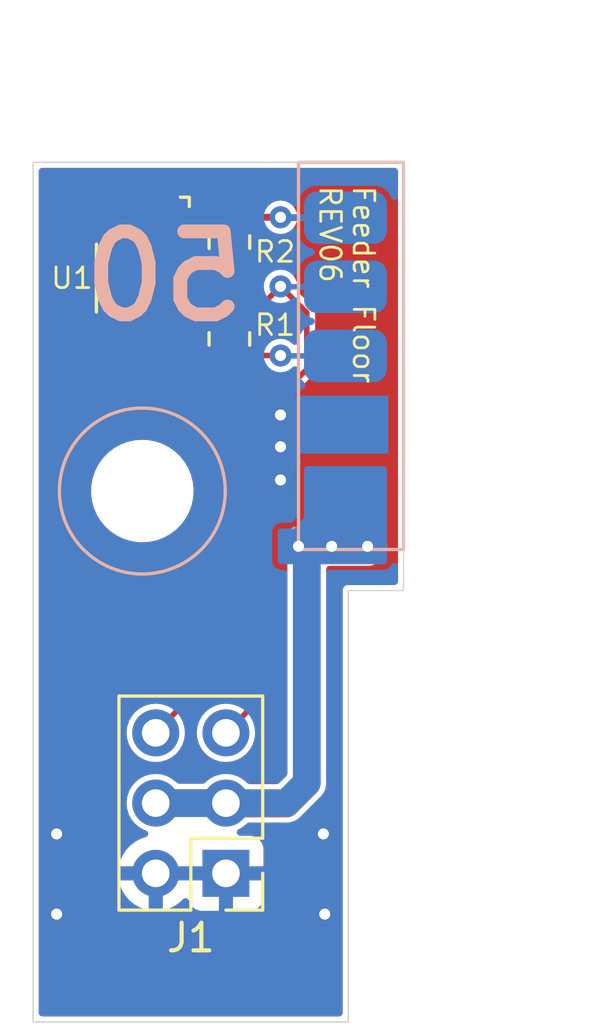
<source format=kicad_pcb>
(kicad_pcb (version 20211014) (generator pcbnew)
  (layers (0 "F.Cu" signal) (31 "B.Cu" signal) (34 "B.Paste" user) (35 "F.Paste" user) (36 "B.SilkS" user "B.Silkscreen") (37 "F.SilkS" user "F.Silkscreen") (38 "B.Mask" user) (39 "F.Mask" user) (44 "Edge.Cuts" user))
  (net 0 "")
  (net 1 "GND")
  (net 2 "1WIRE")
  (net 3 "VIN")
  (net 4 "RS-485+")
  (net 5 "RS-485-")
  (footprint "Connector_PinHeader_2.54mm:PinHeader_2x03_P2.54mm_Vertical" (layer "F.Cu") (at 28.225 50.825 180)
    (fp_text reference "J1" (at 1.27 -2.33 180) (layer "F.SilkS"))
    (fp_text value "IDC")
    (fp_line (start -1.33 0) (end -1.33 -1.33) (layer "F.SilkS") (width 0.12))
    (fp_line (start 1.27 -1.33) (end 3.87 -1.33) (layer "F.SilkS") (width 0.12))
    (fp_line (start 1.27 1.27) (end 1.27 -1.33) (layer "F.SilkS") (width 0.12))
    (fp_line (start -1.33 1.27) (end 1.27 1.27) (layer "F.SilkS") (width 0.12))
    (fp_line (start -1.33 6.41) (end 3.87 6.41) (layer "F.SilkS") (width 0.12))
    (fp_line (start -1.33 1.27) (end -1.33 6.41) (layer "F.SilkS") (width 0.12))
    (fp_line (start -1.33 -1.33) (end 0 -1.33) (layer "F.SilkS") (width 0.12))
    (fp_line (start 3.87 -1.33) (end 3.87 6.41) (layer "F.SilkS") (width 0.12))
    (pad "1" thru_hole rect (at 0 0 180) (size 1.7 1.7) (drill 1) (layers *.Cu *.Mask) (net 1 "GND"))
    (pad "2" thru_hole oval (at 2.54 0 180) (size 1.7 1.7) (drill 1) (layers *.Cu *.Mask) (net 1 "GND"))
    (pad "3" thru_hole oval (at 0 2.54 180) (size 1.7 1.7) (drill 1) (layers *.Cu *.Mask) (net 3 "VIN"))
    (pad "4" thru_hole oval (at 2.54 2.54 180) (size 1.7 1.7) (drill 1) (layers *.Cu *.Mask) (net 3 "VIN"))
    (pad "5" thru_hole oval (at 0 5.08 180) (size 1.7 1.7) (drill 1) (layers *.Cu *.Mask) (net 4 "RS-485+"))
    (pad "6" thru_hole oval (at 2.54 5.08 180) (size 1.7 1.7) (drill 1) (layers *.Cu *.Mask) (net 5 "RS-485-"))
  )
  (footprint "MountingHole:MountingHole_3.2mm_M3" (layer "F.Cu") (at 25.2 37)
    (fp_text reference "H1" hide)
    (fp_text value "MountingHole")
    (pad "" np_thru_hole circle (at 0 0) (size 3.2 3.2) (drill 3.2) (layers *.Cu *.Mask))
  )
  (footprint "feeder:DS28E07_MULTI" (layer "F.Cu") (at 25.15 29.3 -90)
    (fp_text reference "U1" (at 0 2.5 180) (layer "F.SilkS") (effects (font (size 0.75 0.75) (thickness 0.1))))
    (fp_text value "DS28E07")
    (fp_line (start -1.15 -0.9) (end -0.75 -0.5) (layer "F.Cu") (width 0.2))
    (fp_line (start -0.75 0.45) (end -1.15 0.9) (layer "F.Cu") (width 0.2))
    (fp_line (start -0.75 -0.5) (end -0.75 0.45) (layer "F.Cu") (width 0.2))
    (fp_line (start -1.225 1.61) (end 1.225 1.61) (layer "F.SilkS") (width 0.12))
    (fp_line (start -2.925 -1.75) (end -2.5875 -1.75) (layer "F.SilkS") (width 0.12))
    (fp_line (start -2.925 -1.425) (end -2.925 -1.75) (layer "F.SilkS") (width 0.12))
    (fp_line (start 0 -1.61) (end 1.225 -1.61) (layer "F.SilkS") (width 0.12))
    (pad "1" smd custom (at -1.45 -1 270) (size 0.8 0.4) (layers "F.Cu" "F.Paste" "F.Mask") (net 1 "GND") (options (clearance outline) (anchor rect)) (primitives (gr_poly (pts (xy 0.1 -0.125) (xy -1.2 -0.125) (xy -1.2 -0.475) (xy 0.1 -0.475)) (width 0.2) (fill yes))))
    (pad "2" smd custom (at -1.45 0 270) (size 0.8 0.4) (layers "F.Cu" "F.Paste" "F.Mask") (net 2 "1WIRE") (options (clearance outline) (anchor rect)) (primitives (gr_poly (pts (xy 0.1 0.2) (xy -1.2 0.2) (xy -1.2 -0.2) (xy 0.1 -0.2)) (width 0.2) (fill yes))))
    (pad "3" smd custom (at -1.45 1 270) (size 0.8 0.4) (layers "F.Cu" "F.Paste" "F.Mask") (options (clearance outline) (anchor rect)) (primitives (gr_poly (pts (xy 0.1 0.475) (xy -1.2 0.475) (xy -1.2 0.125) (xy 0.1 0.125)) (width 0.2) (fill yes))))
    (pad "4" smd custom (at 1.45 1 270) (size 0.8 0.4) (layers "F.Cu" "F.Paste" "F.Mask") (options (clearance outline) (anchor rect)) (primitives (gr_poly (pts (xy 1.2 0.475) (xy -0.1 0.475) (xy -0.1 0.125) (xy 1.2 0.125)) (width 0.2) (fill yes))))
    (pad "5" smd custom (at 1.45 0 270) (size 0.8 0.4) (layers "F.Cu" "F.Paste" "F.Mask") (options (clearance outline) (anchor rect)) (primitives (gr_poly (pts (xy 1.2 0.2) (xy -0.1 0.2) (xy -0.1 -0.2) (xy 1.2 -0.2)) (width 0.2) (fill yes))))
    (pad "6" smd custom (at 1.45 -1 270) (size 0.8 0.4) (layers "F.Cu" "F.Paste" "F.Mask") (options (clearance outline) (anchor rect)) (primitives (gr_poly (pts (xy 1.2 -0.125) (xy -0.1 -0.125) (xy -0.1 -0.475) (xy 1.2 -0.475)) (width 0.2) (fill yes))))
  )
  (footprint "Resistor_SMD:R_0805_2012Metric" (layer "F.Cu") (at 28.35 31.5 90)
    (fp_text reference "R1" (at 0.5 1.65 180) (layer "F.SilkS") (effects (font (size 0.75 0.75) (thickness 0.1))))
    (fp_text value "120R")
    (fp_line (start -0.227064 0.735) (end 0.227064 0.735) (layer "F.SilkS") (width 0.12))
    (fp_line (start -0.227064 -0.735) (end 0.227064 -0.735) (layer "F.SilkS") (width 0.12))
    (pad "1" smd roundrect (at -0.9125 0 90) (size 1.025 1.4) (layers "F.Cu" "F.Paste" "F.Mask") (roundrect_rratio 0.243902439) (net 5 "RS-485-"))
    (pad "2" smd roundrect (at 0.9125 0 90) (size 1.025 1.4) (layers "F.Cu" "F.Paste" "F.Mask") (roundrect_rratio 0.243902439) (net 4 "RS-485+"))
  )
  (footprint "Resistor_SMD:R_0805_2012Metric" (layer "F.Cu") (at 28.35 28 -90)
    (fp_text reference "R2" (at 0.35 -1.65) (layer "F.SilkS") (effects (font (size 0.75 0.75) (thickness 0.1))))
    (fp_text value "1M")
    (fp_line (start -0.227064 -0.735) (end 0.227064 -0.735) (layer "F.SilkS") (width 0.12))
    (fp_line (start -0.227064 0.735) (end 0.227064 0.735) (layer "F.SilkS") (width 0.12))
    (pad "1" smd roundrect (at -0.9125 0 270) (size 1.025 1.4) (layers "F.Cu" "F.Paste" "F.Mask") (roundrect_rratio 0.243902439) (net 2 "1WIRE"))
    (pad "2" smd roundrect (at 0.9125 0 270) (size 1.025 1.4) (layers "F.Cu" "F.Paste" "F.Mask") (roundrect_rratio 0.243902439) (net 1 "GND"))
  )
  (footprint "feeder:AVX-915-005-541-Contact-Surface" (layer "B.Cu") (at 32.550114 27.113687 -90)
    (fp_text reference "J2" hide)
    (fp_text value "Conn_01x05_Female")
    (fp_line (start -2 1.7) (end -2 -2.1) (layer "B.SilkS") (width 0.12))
    (fp_line (start 12 1.7) (end 12 -2.1) (layer "B.SilkS") (width 0.12))
    (fp_line (start -2 1.7) (end 12 1.7) (layer "B.SilkS") (width 0.12))
    (fp_line (start -2 -2.1) (end 12 -2.1) (layer "B.SilkS") (width 0.12))
    (pad "1" smd roundrect (at 0 0 270) (size 1.9 3) (layers "B.Cu" "B.Paste" "B.Mask") (net 2 "1WIRE"))
    (pad "2" smd roundrect (at 2.5 0 270) (size 1.9 3) (layers "B.Cu" "B.Paste" "B.Mask") (net 4 "RS-485+"))
    (pad "3" smd roundrect (at 5 0 270) (size 1.9 3) (layers "B.Cu" "B.Paste" "B.Mask") (net 5 "RS-485-"))
    (pad "4" smd roundrect (at 7.5 0 270) (size 1.9 3) (layers "B.Cu" "B.Paste" "B.Mask") (net 1 "GND"))
    (pad "5" smd roundrect (at 10 0 270) (size 1.9 3) (layers "B.Cu" "B.Paste" "B.Mask") (net 3 "VIN"))
  )
  (gr_circle (center 25.2 37) (end 22.2 37) (layer "B.SilkS") (width 0.12) (fill none))
  (gr_line (start 32.650114 40.6) (end 32.65 56.2) (layer "Edge.Cuts") (width 0.05))
  (gr_line (start 34.650114 25.113687) (end 34.650114 40.6) (layer "Edge.Cuts") (width 0.05))
  (gr_line (start 29.650114 25.113687) (end 21.250114 25.113687) (layer "Edge.Cuts") (width 0.05))
  (gr_line (start 32.650114 40.6) (end 34.650114 40.6) (layer "Edge.Cuts") (width 0.05))
  (gr_line (start 29.650114 25.113687) (end 34.650114 25.113687) (layer "Edge.Cuts") (width 0.05))
  (gr_line (start 21.25 56.2) (end 21.250114 25.113687) (layer "Edge.Cuts") (width 0.05))
  (gr_line (start 32.65 56.2) (end 21.25 56.2) (layer "Edge.Cuts") (width 0.05))
  (gr_text "50" (at 26 29.25) (layer "B.SilkS") (effects (font (size 3 3) (thickness 0.5)) (justify mirror)))
  (gr_text "Feeder Floor\nREV06" (at 32.6 25.9 270) (layer "F.SilkS") (effects (font (size 0.75 0.75) (thickness 0.1)) (justify left)))
  (segment (start 28.9875 28.9125) (end 29.6 28.3) (width 0.5) (layer "F.Cu") (net 1))
  (segment (start 26.975481 27.725481) (end 26.15 27.725481) (width 0.5) (layer "F.Cu") (net 1))
  (segment (start 28.35 28.9125) (end 28.9875 28.9125) (width 0.5) (layer "F.Cu") (net 1))
  (segment (start 30.7 34.25) (end 30.2 34.25) (width 0.5) (layer "F.Cu") (net 1))
  (segment (start 28.35 28.9125) (end 28.1625 28.9125) (width 0.5) (layer "F.Cu") (net 1))
  (segment (start 32.45 32.5) (end 30.7 34.25) (width 0.5) (layer "F.Cu") (net 1))
  (segment (start 28.1625 28.9125) (end 26.975481 27.725481) (width 0.5) (layer "F.Cu") (net 1))
  (segment (start 30.75 28.3) (end 32.45 30) (width 0.5) (layer "F.Cu") (net 1))
  (segment (start 32.45 30) (end 32.45 32.5) (width 0.5) (layer "F.Cu") (net 1))
  (segment (start 29.6 28.3) (end 30.75 28.3) (width 0.5) (layer "F.Cu") (net 1))
  (via (at 30.2 36.6) (size 0.8) (drill 0.4) (layers "F.Cu" "B.Cu") (net 1))
  (via (at 30.2 34.25) (size 0.8) (drill 0.4) (layers "F.Cu" "B.Cu") (net 1))
  (via (at 31.75 49.4) (size 0.8) (drill 0.4) (layers "F.Cu" "B.Cu") (net 1))
  (via (at 30.2 35.4) (size 0.8) (drill 0.4) (layers "F.Cu" "B.Cu") (net 1))
  (via (at 31.8 52.3) (size 0.8) (drill 0.4) (layers "F.Cu" "B.Cu") (net 1))
  (via (at 22.1 49.4) (size 0.8) (drill 0.4) (layers "F.Cu" "B.Cu") (net 1))
  (via (at 22.1 52.3) (size 0.8) (drill 0.4) (layers "F.Cu" "B.Cu") (net 1))
  (segment (start 25.15 27.85) (end 25.15 26.85) (width 0.25) (layer "F.Cu") (net 2))
  (segment (start 30.2 27.1) (end 28.3625 27.1) (width 0.25) (layer "F.Cu") (net 2))
  (segment (start 27.3625 26.1) (end 28.35 27.0875) (width 0.25) (layer "F.Cu") (net 2))
  (segment (start 25.9 26.1) (end 27.3625 26.1) (width 0.25) (layer "F.Cu") (net 2))
  (segment (start 28.3625 27.1) (end 28.35 27.0875) (width 0.25) (layer "F.Cu") (net 2))
  (segment (start 25.15 26.85) (end 25.9 26.1) (width 0.25) (layer "F.Cu") (net 2))
  (via (at 30.2 27.1) (size 0.8) (drill 0.4) (layers "F.Cu" "B.Cu") (net 2))
  (segment (start 30.213687 27.113687) (end 32.550114 27.113687) (width 0.25) (layer "B.Cu") (net 2))
  (segment (start 30.2 27.1) (end 30.213687 27.113687) (width 0.25) (layer "B.Cu") (net 2))
  (segment (start 31.15 47.559022) (end 31.15 39.3) (width 1) (layer "F.Cu") (net 3))
  (segment (start 28.24 48.3) (end 30.409022 48.3) (width 1) (layer "F.Cu") (net 3))
  (segment (start 30.85 39) (end 32.05 39) (width 1) (layer "F.Cu") (net 3))
  (segment (start 28.225 48.285) (end 28.24 48.3) (width 1) (layer "F.Cu") (net 3))
  (segment (start 30.409022 48.3) (end 31.15 47.559022) (width 1) (layer "F.Cu") (net 3))
  (segment (start 31.15 39.3) (end 30.85 39) (width 1) (layer "F.Cu") (net 3))
  (segment (start 33.35 39) (end 30.85 39) (width 1) (layer "F.Cu") (net 3))
  (segment (start 28.225 48.285) (end 25.685 48.285) (width 1) (layer "F.Cu") (net 3))
  (via (at 30.85 39) (size 0.8) (drill 0.4) (layers "F.Cu" "B.Cu") (net 3))
  (via (at 33.35 39) (size 0.8) (drill 0.4) (layers "F.Cu" "B.Cu") (net 3))
  (via (at 32.05 39) (size 0.8) (drill 0.4) (layers "F.Cu" "B.Cu") (net 3))
  (segment (start 25.685 48.285) (end 28.225 48.285) (width 1) (layer "B.Cu") (net 3))
  (segment (start 31.15 47.55) (end 30.415 48.285) (width 1) (layer "B.Cu") (net 3))
  (segment (start 31.15 39) (end 31.15 47.55) (width 1) (layer "B.Cu") (net 3))
  (segment (start 30.415 48.285) (end 28.225 48.285) (width 1) (layer "B.Cu") (net 3))
  (segment (start 32.05 39) (end 31.15 39) (width 1) (layer "B.Cu") (net 3))
  (segment (start 30.65 33.1) (end 29.7 33.1) (width 0.2) (layer "F.Cu") (net 4))
  (segment (start 29.1 33.7) (end 29.1 44.87) (width 0.2) (layer "F.Cu") (net 4))
  (segment (start 31.15 30.55) (end 31.15 32.6) (width 0.2) (layer "F.Cu") (net 4))
  (segment (start 31.15 32.6) (end 30.65 33.1) (width 0.2) (layer "F.Cu") (net 4))
  (segment (start 29.2125 30.5875) (end 28.35 30.5875) (width 0.2) (layer "F.Cu") (net 4))
  (segment (start 29.1 44.87) (end 28.225 45.745) (width 0.2) (layer "F.Cu") (net 4))
  (segment (start 30.2 29.6) (end 31.15 30.55) (width 0.2) (layer "F.Cu") (net 4))
  (segment (start 29.7 33.1) (end 29.1 33.7) (width 0.2) (layer "F.Cu") (net 4))
  (segment (start 30.2 29.6) (end 29.2125 30.5875) (width 0.2) (layer "F.Cu") (net 4))
  (via (at 30.2 29.6) (size 0.8) (drill 0.4) (layers "F.Cu" "B.Cu") (net 4))
  (segment (start 30.213687 29.613687) (end 32.550114 29.613687) (width 0.2) (layer "B.Cu") (net 4))
  (segment (start 30.2 29.6) (end 30.213687 29.613687) (width 0.2) (layer "B.Cu") (net 4))
  (segment (start 25.685 45.715) (end 28.65 42.75) (width 0.2) (layer "F.Cu") (net 5))
  (segment (start 30.2 32.1) (end 28.6625 32.1) (width 0.2) (layer "F.Cu") (net 5))
  (segment (start 28.65 32.7125) (end 28.35 32.4125) (width 0.2) (layer "F.Cu") (net 5))
  (segment (start 25.685 45.745) (end 25.685 45.715) (width 0.2) (layer "F.Cu") (net 5))
  (segment (start 28.65 42.75) (end 28.65 32.7125) (width 0.2) (layer "F.Cu") (net 5))
  (segment (start 28.6625 32.1) (end 28.35 32.4125) (width 0.2) (layer "F.Cu") (net 5))
  (via (at 30.2 32.1) (size 0.8) (drill 0.4) (layers "F.Cu" "B.Cu") (net 5))
  (segment (start 30.2 32.1) (end 30.213687 32.113687) (width 0.2) (layer "B.Cu") (net 5))
  (segment (start 30.213687 32.113687) (end 32.550114 32.113687) (width 0.2) (layer "B.Cu") (net 5))
  (zone (net 1) (net_name "GND") (layers F&B.Cu) (connect_pads (clearance 0.2)) (min_thickness 0.254) (fill yes (thermal_gap 0.508) (thermal_bridge_width 0.508))
    (polygon (pts (xy 34.75 40.7) (xy 32.75 40.7) (xy 32.75 56.3) (xy 21.15 56.3) (xy 21.15 25) (xy 34.75 25)))
  )
  (zone (net 1) (net_name "GND") (layer "B.Cu") (priority 20) (connect_pads yes (clearance 0.2)) (min_thickness 0.254) (fill yes (thermal_gap 0.508) (thermal_bridge_width 0.508))
    (polygon (pts (xy 31.15 33.55) (xy 34.1 33.55) (xy 34.1 35.65) (xy 30.85 35.65) (xy 30.6 36.95) (xy 29.5 36.95) (xy 29.5 33.55) (xy 30.85 33.55)))
  )
  (zone (net 3) (net_name "VIN") (layer "B.Cu") (priority 20) (connect_pads yes (clearance 0.2)) (min_thickness 0.254) (fill yes (thermal_gap 0.508) (thermal_bridge_width 0.508))
    (polygon (pts (xy 34.05 39.65) (xy 30.1 39.65) (xy 30.1 38.35) (xy 30.7 38.35) (xy 31.05 37.95) (xy 31.05 36.1) (xy 34.05 36.1)))
  )
)
</source>
